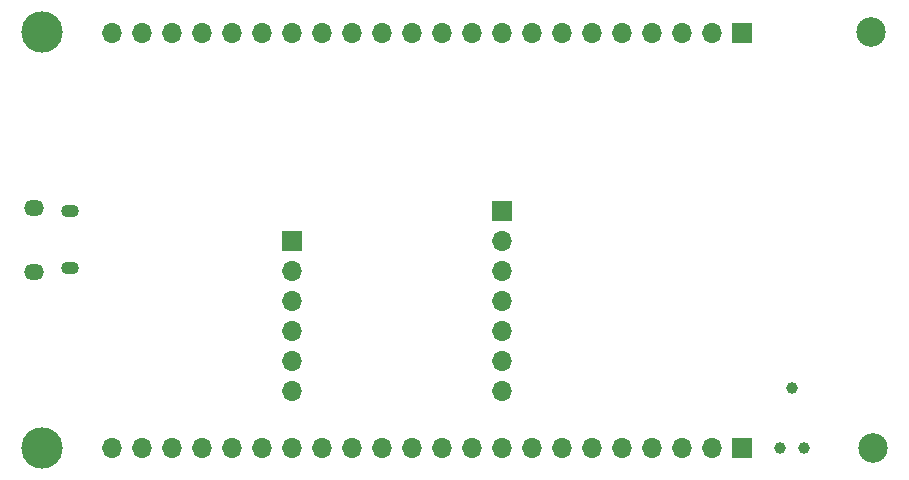
<source format=gbr>
%TF.GenerationSoftware,KiCad,Pcbnew,(6.0.0)*%
%TF.CreationDate,2022-01-14T16:11:58-08:00*%
%TF.ProjectId,nrf5340_qkaa_rev1_sensor,6e726635-3334-4305-9f71-6b61615f7265,rev?*%
%TF.SameCoordinates,Original*%
%TF.FileFunction,Soldermask,Bot*%
%TF.FilePolarity,Negative*%
%FSLAX46Y46*%
G04 Gerber Fmt 4.6, Leading zero omitted, Abs format (unit mm)*
G04 Created by KiCad (PCBNEW (6.0.0)) date 2022-01-14 16:11:58*
%MOMM*%
%LPD*%
G01*
G04 APERTURE LIST*
%ADD10C,3.500000*%
%ADD11C,2.500000*%
%ADD12R,1.700000X1.700000*%
%ADD13O,1.700000X1.700000*%
%ADD14C,0.991000*%
%ADD15O,1.700000X1.350000*%
%ADD16O,1.500000X1.100000*%
G04 APERTURE END LIST*
D10*
%TO.C,H2*%
X42400000Y-85100000D03*
%TD*%
D11*
%TO.C,H4*%
X112700000Y-85100000D03*
%TD*%
D12*
%TO.C,P1*%
X101600000Y-85090000D03*
D13*
X99060000Y-85090000D03*
X96520000Y-85090000D03*
X93980000Y-85090000D03*
X91440000Y-85090000D03*
X88900000Y-85090000D03*
X86360000Y-85090000D03*
X83820000Y-85090000D03*
X81280000Y-85090000D03*
X78740000Y-85090000D03*
X76200000Y-85090000D03*
X73660000Y-85090000D03*
X71120000Y-85090000D03*
X68580000Y-85090000D03*
X66040000Y-85090000D03*
X63500000Y-85090000D03*
X60960000Y-85090000D03*
X58420000Y-85090000D03*
X55880000Y-85090000D03*
X53340000Y-85090000D03*
X50800000Y-85090000D03*
X48260000Y-85090000D03*
%TD*%
D10*
%TO.C,H1*%
X42400000Y-49900000D03*
%TD*%
D11*
%TO.C,H3*%
X112600000Y-49900000D03*
%TD*%
D12*
%TO.C,P3*%
X81280000Y-65080007D03*
D13*
X81280000Y-67620007D03*
X81280000Y-70160007D03*
X81280000Y-72700007D03*
X81280000Y-75240007D03*
X81280000Y-77780007D03*
X81280000Y-80320007D03*
%TD*%
D12*
%TO.C,P2*%
X101600000Y-50000000D03*
D13*
X99060000Y-50000000D03*
X96520000Y-50000000D03*
X93980000Y-50000000D03*
X91440000Y-50000000D03*
X88900000Y-50000000D03*
X86360000Y-50000000D03*
X83820000Y-50000000D03*
X81280000Y-50000000D03*
X78740000Y-50000000D03*
X76200000Y-50000000D03*
X73660000Y-50000000D03*
X71120000Y-50000000D03*
X68580000Y-50000000D03*
X66040000Y-50000000D03*
X63500000Y-50000000D03*
X60960000Y-50000000D03*
X58420000Y-50000000D03*
X55880000Y-50000000D03*
X53340000Y-50000000D03*
X50800000Y-50000000D03*
X48260000Y-50000000D03*
%TD*%
D12*
%TO.C,P4*%
X63500000Y-67620007D03*
D13*
X63500000Y-70160007D03*
X63500000Y-72700007D03*
X63500000Y-75240007D03*
X63500000Y-77780007D03*
X63500000Y-80320007D03*
%TD*%
D14*
%TO.C,SWD1*%
X105860000Y-80010000D03*
X104845000Y-85090000D03*
X106875000Y-85090000D03*
%TD*%
D15*
%TO.C,USB1*%
X41720000Y-70210000D03*
D16*
X44720000Y-65060000D03*
X44720000Y-69900000D03*
D15*
X41720000Y-64750000D03*
%TD*%
M02*

</source>
